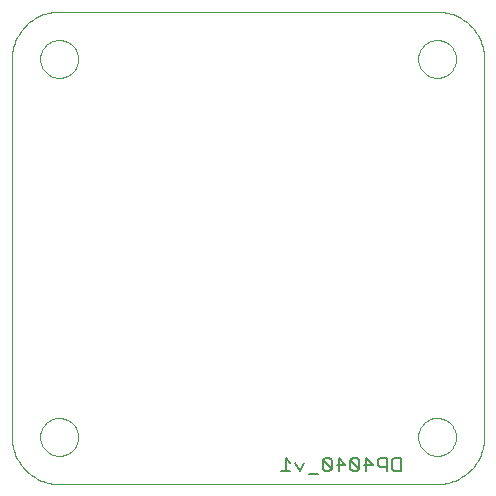
<source format=gbo>
G75*
G70*
%OFA0B0*%
%FSLAX24Y24*%
%IPPOS*%
%LPD*%
%AMOC8*
5,1,8,0,0,1.08239X$1,22.5*
%
%ADD10C,0.0000*%
%ADD11C,0.0060*%
D10*
X005612Y004990D02*
X005612Y017589D01*
X006557Y017589D02*
X006559Y017639D01*
X006565Y017689D01*
X006575Y017738D01*
X006589Y017786D01*
X006606Y017833D01*
X006627Y017878D01*
X006652Y017922D01*
X006680Y017963D01*
X006712Y018002D01*
X006746Y018039D01*
X006783Y018073D01*
X006823Y018103D01*
X006865Y018130D01*
X006909Y018154D01*
X006955Y018175D01*
X007002Y018191D01*
X007050Y018204D01*
X007100Y018213D01*
X007149Y018218D01*
X007200Y018219D01*
X007250Y018216D01*
X007299Y018209D01*
X007348Y018198D01*
X007396Y018183D01*
X007442Y018165D01*
X007487Y018143D01*
X007530Y018117D01*
X007571Y018088D01*
X007610Y018056D01*
X007646Y018021D01*
X007678Y017983D01*
X007708Y017943D01*
X007735Y017900D01*
X007758Y017856D01*
X007777Y017810D01*
X007793Y017762D01*
X007805Y017713D01*
X007813Y017664D01*
X007817Y017614D01*
X007817Y017564D01*
X007813Y017514D01*
X007805Y017465D01*
X007793Y017416D01*
X007777Y017368D01*
X007758Y017322D01*
X007735Y017278D01*
X007708Y017235D01*
X007678Y017195D01*
X007646Y017157D01*
X007610Y017122D01*
X007571Y017090D01*
X007530Y017061D01*
X007487Y017035D01*
X007442Y017013D01*
X007396Y016995D01*
X007348Y016980D01*
X007299Y016969D01*
X007250Y016962D01*
X007200Y016959D01*
X007149Y016960D01*
X007100Y016965D01*
X007050Y016974D01*
X007002Y016987D01*
X006955Y017003D01*
X006909Y017024D01*
X006865Y017048D01*
X006823Y017075D01*
X006783Y017105D01*
X006746Y017139D01*
X006712Y017176D01*
X006680Y017215D01*
X006652Y017256D01*
X006627Y017300D01*
X006606Y017345D01*
X006589Y017392D01*
X006575Y017440D01*
X006565Y017489D01*
X006559Y017539D01*
X006557Y017589D01*
X005612Y017589D02*
X005614Y017666D01*
X005620Y017743D01*
X005629Y017820D01*
X005642Y017896D01*
X005659Y017972D01*
X005680Y018046D01*
X005704Y018120D01*
X005732Y018192D01*
X005763Y018262D01*
X005798Y018331D01*
X005836Y018399D01*
X005877Y018464D01*
X005922Y018527D01*
X005970Y018588D01*
X006020Y018647D01*
X006073Y018703D01*
X006129Y018756D01*
X006188Y018806D01*
X006249Y018854D01*
X006312Y018899D01*
X006377Y018940D01*
X006445Y018978D01*
X006514Y019013D01*
X006584Y019044D01*
X006656Y019072D01*
X006730Y019096D01*
X006804Y019117D01*
X006880Y019134D01*
X006956Y019147D01*
X007033Y019156D01*
X007110Y019162D01*
X007187Y019164D01*
X019785Y019164D01*
X019155Y017589D02*
X019157Y017639D01*
X019163Y017689D01*
X019173Y017738D01*
X019187Y017786D01*
X019204Y017833D01*
X019225Y017878D01*
X019250Y017922D01*
X019278Y017963D01*
X019310Y018002D01*
X019344Y018039D01*
X019381Y018073D01*
X019421Y018103D01*
X019463Y018130D01*
X019507Y018154D01*
X019553Y018175D01*
X019600Y018191D01*
X019648Y018204D01*
X019698Y018213D01*
X019747Y018218D01*
X019798Y018219D01*
X019848Y018216D01*
X019897Y018209D01*
X019946Y018198D01*
X019994Y018183D01*
X020040Y018165D01*
X020085Y018143D01*
X020128Y018117D01*
X020169Y018088D01*
X020208Y018056D01*
X020244Y018021D01*
X020276Y017983D01*
X020306Y017943D01*
X020333Y017900D01*
X020356Y017856D01*
X020375Y017810D01*
X020391Y017762D01*
X020403Y017713D01*
X020411Y017664D01*
X020415Y017614D01*
X020415Y017564D01*
X020411Y017514D01*
X020403Y017465D01*
X020391Y017416D01*
X020375Y017368D01*
X020356Y017322D01*
X020333Y017278D01*
X020306Y017235D01*
X020276Y017195D01*
X020244Y017157D01*
X020208Y017122D01*
X020169Y017090D01*
X020128Y017061D01*
X020085Y017035D01*
X020040Y017013D01*
X019994Y016995D01*
X019946Y016980D01*
X019897Y016969D01*
X019848Y016962D01*
X019798Y016959D01*
X019747Y016960D01*
X019698Y016965D01*
X019648Y016974D01*
X019600Y016987D01*
X019553Y017003D01*
X019507Y017024D01*
X019463Y017048D01*
X019421Y017075D01*
X019381Y017105D01*
X019344Y017139D01*
X019310Y017176D01*
X019278Y017215D01*
X019250Y017256D01*
X019225Y017300D01*
X019204Y017345D01*
X019187Y017392D01*
X019173Y017440D01*
X019163Y017489D01*
X019157Y017539D01*
X019155Y017589D01*
X019785Y019164D02*
X019862Y019162D01*
X019939Y019156D01*
X020016Y019147D01*
X020092Y019134D01*
X020168Y019117D01*
X020242Y019096D01*
X020316Y019072D01*
X020388Y019044D01*
X020458Y019013D01*
X020527Y018978D01*
X020595Y018940D01*
X020660Y018899D01*
X020723Y018854D01*
X020784Y018806D01*
X020843Y018756D01*
X020899Y018703D01*
X020952Y018647D01*
X021002Y018588D01*
X021050Y018527D01*
X021095Y018464D01*
X021136Y018399D01*
X021174Y018331D01*
X021209Y018262D01*
X021240Y018192D01*
X021268Y018120D01*
X021292Y018046D01*
X021313Y017972D01*
X021330Y017896D01*
X021343Y017820D01*
X021352Y017743D01*
X021358Y017666D01*
X021360Y017589D01*
X021360Y004990D01*
X019155Y004990D02*
X019157Y005040D01*
X019163Y005090D01*
X019173Y005139D01*
X019187Y005187D01*
X019204Y005234D01*
X019225Y005279D01*
X019250Y005323D01*
X019278Y005364D01*
X019310Y005403D01*
X019344Y005440D01*
X019381Y005474D01*
X019421Y005504D01*
X019463Y005531D01*
X019507Y005555D01*
X019553Y005576D01*
X019600Y005592D01*
X019648Y005605D01*
X019698Y005614D01*
X019747Y005619D01*
X019798Y005620D01*
X019848Y005617D01*
X019897Y005610D01*
X019946Y005599D01*
X019994Y005584D01*
X020040Y005566D01*
X020085Y005544D01*
X020128Y005518D01*
X020169Y005489D01*
X020208Y005457D01*
X020244Y005422D01*
X020276Y005384D01*
X020306Y005344D01*
X020333Y005301D01*
X020356Y005257D01*
X020375Y005211D01*
X020391Y005163D01*
X020403Y005114D01*
X020411Y005065D01*
X020415Y005015D01*
X020415Y004965D01*
X020411Y004915D01*
X020403Y004866D01*
X020391Y004817D01*
X020375Y004769D01*
X020356Y004723D01*
X020333Y004679D01*
X020306Y004636D01*
X020276Y004596D01*
X020244Y004558D01*
X020208Y004523D01*
X020169Y004491D01*
X020128Y004462D01*
X020085Y004436D01*
X020040Y004414D01*
X019994Y004396D01*
X019946Y004381D01*
X019897Y004370D01*
X019848Y004363D01*
X019798Y004360D01*
X019747Y004361D01*
X019698Y004366D01*
X019648Y004375D01*
X019600Y004388D01*
X019553Y004404D01*
X019507Y004425D01*
X019463Y004449D01*
X019421Y004476D01*
X019381Y004506D01*
X019344Y004540D01*
X019310Y004577D01*
X019278Y004616D01*
X019250Y004657D01*
X019225Y004701D01*
X019204Y004746D01*
X019187Y004793D01*
X019173Y004841D01*
X019163Y004890D01*
X019157Y004940D01*
X019155Y004990D01*
X019785Y003415D02*
X019862Y003417D01*
X019939Y003423D01*
X020016Y003432D01*
X020092Y003445D01*
X020168Y003462D01*
X020242Y003483D01*
X020316Y003507D01*
X020388Y003535D01*
X020458Y003566D01*
X020527Y003601D01*
X020595Y003639D01*
X020660Y003680D01*
X020723Y003725D01*
X020784Y003773D01*
X020843Y003823D01*
X020899Y003876D01*
X020952Y003932D01*
X021002Y003991D01*
X021050Y004052D01*
X021095Y004115D01*
X021136Y004180D01*
X021174Y004248D01*
X021209Y004317D01*
X021240Y004387D01*
X021268Y004459D01*
X021292Y004533D01*
X021313Y004607D01*
X021330Y004683D01*
X021343Y004759D01*
X021352Y004836D01*
X021358Y004913D01*
X021360Y004990D01*
X019785Y003416D02*
X007187Y003416D01*
X006557Y004990D02*
X006559Y005040D01*
X006565Y005090D01*
X006575Y005139D01*
X006589Y005187D01*
X006606Y005234D01*
X006627Y005279D01*
X006652Y005323D01*
X006680Y005364D01*
X006712Y005403D01*
X006746Y005440D01*
X006783Y005474D01*
X006823Y005504D01*
X006865Y005531D01*
X006909Y005555D01*
X006955Y005576D01*
X007002Y005592D01*
X007050Y005605D01*
X007100Y005614D01*
X007149Y005619D01*
X007200Y005620D01*
X007250Y005617D01*
X007299Y005610D01*
X007348Y005599D01*
X007396Y005584D01*
X007442Y005566D01*
X007487Y005544D01*
X007530Y005518D01*
X007571Y005489D01*
X007610Y005457D01*
X007646Y005422D01*
X007678Y005384D01*
X007708Y005344D01*
X007735Y005301D01*
X007758Y005257D01*
X007777Y005211D01*
X007793Y005163D01*
X007805Y005114D01*
X007813Y005065D01*
X007817Y005015D01*
X007817Y004965D01*
X007813Y004915D01*
X007805Y004866D01*
X007793Y004817D01*
X007777Y004769D01*
X007758Y004723D01*
X007735Y004679D01*
X007708Y004636D01*
X007678Y004596D01*
X007646Y004558D01*
X007610Y004523D01*
X007571Y004491D01*
X007530Y004462D01*
X007487Y004436D01*
X007442Y004414D01*
X007396Y004396D01*
X007348Y004381D01*
X007299Y004370D01*
X007250Y004363D01*
X007200Y004360D01*
X007149Y004361D01*
X007100Y004366D01*
X007050Y004375D01*
X007002Y004388D01*
X006955Y004404D01*
X006909Y004425D01*
X006865Y004449D01*
X006823Y004476D01*
X006783Y004506D01*
X006746Y004540D01*
X006712Y004577D01*
X006680Y004616D01*
X006652Y004657D01*
X006627Y004701D01*
X006606Y004746D01*
X006589Y004793D01*
X006575Y004841D01*
X006565Y004890D01*
X006559Y004940D01*
X006557Y004990D01*
X005612Y004990D02*
X005614Y004913D01*
X005620Y004836D01*
X005629Y004759D01*
X005642Y004683D01*
X005659Y004607D01*
X005680Y004533D01*
X005704Y004459D01*
X005732Y004387D01*
X005763Y004317D01*
X005798Y004248D01*
X005836Y004180D01*
X005877Y004115D01*
X005922Y004052D01*
X005970Y003991D01*
X006020Y003932D01*
X006073Y003876D01*
X006129Y003823D01*
X006188Y003773D01*
X006249Y003725D01*
X006312Y003680D01*
X006377Y003639D01*
X006445Y003601D01*
X006514Y003566D01*
X006584Y003535D01*
X006656Y003507D01*
X006730Y003483D01*
X006804Y003462D01*
X006880Y003445D01*
X006956Y003432D01*
X007033Y003423D01*
X007110Y003417D01*
X007187Y003415D01*
D11*
X014597Y003839D02*
X014891Y003839D01*
X014744Y003839D02*
X014744Y004280D01*
X014891Y004133D01*
X015058Y004133D02*
X015204Y003839D01*
X015351Y004133D01*
X015518Y003766D02*
X015812Y003766D01*
X015978Y003913D02*
X016052Y003839D01*
X016199Y003839D01*
X016272Y003913D01*
X015978Y004206D01*
X015978Y003913D01*
X016272Y003913D02*
X016272Y004206D01*
X016199Y004280D01*
X016052Y004280D01*
X015978Y004206D01*
X016439Y004060D02*
X016732Y004060D01*
X016512Y004280D01*
X016512Y003839D01*
X016899Y003913D02*
X016973Y003839D01*
X017119Y003839D01*
X017193Y003913D01*
X016899Y004206D01*
X016899Y003913D01*
X017193Y003913D02*
X017193Y004206D01*
X017119Y004280D01*
X016973Y004280D01*
X016899Y004206D01*
X017360Y004060D02*
X017653Y004060D01*
X017433Y004280D01*
X017433Y003839D01*
X017820Y004060D02*
X017820Y004206D01*
X017893Y004280D01*
X018114Y004280D01*
X018114Y003839D01*
X018114Y003986D02*
X017893Y003986D01*
X017820Y004060D01*
X018280Y003913D02*
X018280Y004206D01*
X018354Y004280D01*
X018574Y004280D01*
X018574Y003839D01*
X018354Y003839D01*
X018280Y003913D01*
M02*

</source>
